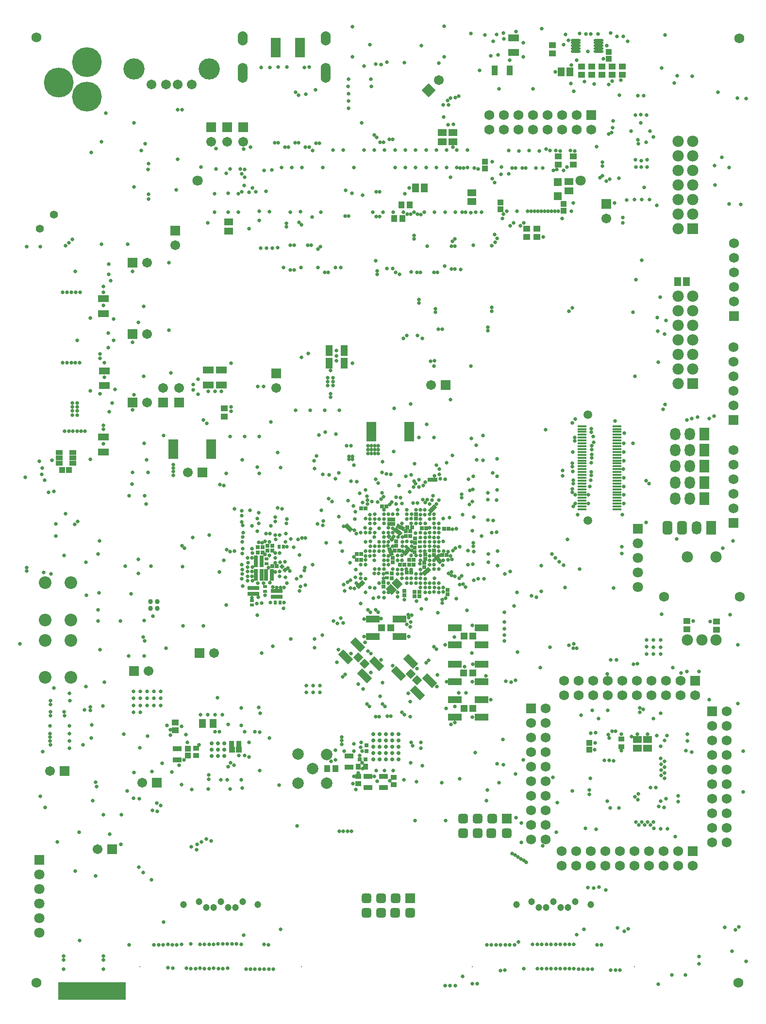
<source format=gbs>
G04 Layer_Color=8150272*
%FSLAX25Y25*%
%MOIN*%
G70*
G01*
G75*
%ADD255R,0.05524X0.05524*%
%ADD259R,0.04147X0.04343*%
%ADD260R,0.04343X0.04934*%
%ADD261R,0.04540X0.06115*%
%ADD266R,0.06115X0.04540*%
G04:AMPARAMS|DCode=269|XSize=61.15mil|YSize=51.31mil|CornerRadius=0mil|HoleSize=0mil|Usage=FLASHONLY|Rotation=315.000|XOffset=0mil|YOffset=0mil|HoleType=Round|Shape=Rectangle|*
%AMROTATEDRECTD269*
4,1,4,-0.03976,0.00348,-0.00348,0.03976,0.03976,-0.00348,0.00348,-0.03976,-0.03976,0.00348,0.0*
%
%ADD269ROTATEDRECTD269*%

%ADD272R,0.02572X0.02572*%
%ADD278R,0.04343X0.04147*%
%ADD283R,0.05918X0.03556*%
%ADD284R,0.02847X0.03005*%
%ADD285R,0.03005X0.02847*%
%ADD286R,0.02769X0.02375*%
%ADD287R,0.04147X0.03753*%
%ADD288R,0.02769X0.02769*%
%ADD295R,0.05131X0.03359*%
%ADD308R,0.04934X0.04343*%
%ADD312R,0.07493X0.05131*%
%ADD338R,0.02769X0.02769*%
%ADD339R,0.03753X0.04147*%
%ADD346R,0.05131X0.07493*%
%ADD352P,0.06699X4X270.0*%
G04:AMPARAMS|DCode=353|XSize=47.37mil|YSize=94.61mil|CornerRadius=0mil|HoleSize=0mil|Usage=FLASHONLY|Rotation=225.000|XOffset=0mil|YOffset=0mil|HoleType=Round|Shape=Rectangle|*
%AMROTATEDRECTD353*
4,1,4,-0.01670,0.05020,0.05020,-0.01670,0.01670,-0.05020,-0.05020,0.01670,-0.01670,0.05020,0.0*
%
%ADD353ROTATEDRECTD353*%

%ADD354R,0.04737X0.04737*%
%ADD355R,0.09461X0.04737*%
%ADD359R,0.02375X0.02769*%
%ADD362R,0.02572X0.02572*%
%ADD363R,0.04343X0.03556*%
%ADD374C,0.02572*%
%ADD375C,0.06800*%
%ADD376R,0.06706X0.06706*%
%ADD377C,0.06706*%
G04:AMPARAMS|DCode=378|XSize=68mil|YSize=68mil|CornerRadius=19mil|HoleSize=0mil|Usage=FLASHONLY|Rotation=180.000|XOffset=0mil|YOffset=0mil|HoleType=Round|Shape=RoundedRectangle|*
%AMROUNDEDRECTD378*
21,1,0.06800,0.03000,0,0,180.0*
21,1,0.03000,0.06800,0,0,180.0*
1,1,0.03800,-0.01500,0.01500*
1,1,0.03800,0.01500,0.01500*
1,1,0.03800,0.01500,-0.01500*
1,1,0.03800,-0.01500,-0.01500*
%
%ADD378ROUNDEDRECTD378*%
%ADD379R,0.06800X0.06800*%
%ADD380R,0.06706X0.06706*%
%ADD381C,0.07887*%
%ADD382C,0.20485*%
%ADD383O,0.06706X0.13792*%
%ADD384O,0.06706X0.09855*%
%ADD385C,0.14579*%
%ADD386C,0.05524*%
%ADD387C,0.00800*%
%ADD388P,0.09483X4X90.0*%
%ADD389C,0.04737*%
%ADD390C,0.05969*%
%ADD391R,0.06800X0.06800*%
%ADD392R,0.07099X0.08674*%
%ADD393O,0.07099X0.08674*%
%ADD394C,0.07800*%
G04:AMPARAMS|DCode=395|XSize=68mil|YSize=93mil|CornerRadius=19mil|HoleSize=0mil|Usage=FLASHONLY|Rotation=180.000|XOffset=0mil|YOffset=0mil|HoleType=Round|Shape=RoundedRectangle|*
%AMROUNDEDRECTD395*
21,1,0.06800,0.05500,0,0,180.0*
21,1,0.03000,0.09300,0,0,180.0*
1,1,0.03800,-0.01500,0.02750*
1,1,0.03800,0.01500,0.02750*
1,1,0.03800,0.01500,-0.02750*
1,1,0.03800,-0.01500,-0.02750*
%
%ADD395ROUNDEDRECTD395*%
%ADD396O,0.06800X0.09300*%
%ADD397R,0.06800X0.09300*%
%ADD398R,0.07099X0.07099*%
%ADD399C,0.07099*%
%ADD400R,0.07099X0.07099*%
%ADD401R,0.07800X0.07800*%
%ADD402C,0.08674*%
%ADD403C,0.02769*%
G04:AMPARAMS|DCode=404|XSize=28.47mil|YSize=30.05mil|CornerRadius=0mil|HoleSize=0mil|Usage=FLASHONLY|Rotation=225.000|XOffset=0mil|YOffset=0mil|HoleType=Round|Shape=Rectangle|*
%AMROTATEDRECTD404*
4,1,4,-0.00056,0.02069,0.02069,-0.00056,0.00056,-0.02069,-0.02069,0.00056,-0.00056,0.02069,0.0*
%
%ADD404ROTATEDRECTD404*%

G04:AMPARAMS|DCode=405|XSize=23.75mil|YSize=27.69mil|CornerRadius=0mil|HoleSize=0mil|Usage=FLASHONLY|Rotation=135.000|XOffset=0mil|YOffset=0mil|HoleType=Round|Shape=Rectangle|*
%AMROTATEDRECTD405*
4,1,4,0.01818,0.00139,-0.00139,-0.01818,-0.01818,-0.00139,0.00139,0.01818,0.01818,0.00139,0.0*
%
%ADD405ROTATEDRECTD405*%

G04:AMPARAMS|DCode=406|XSize=28.47mil|YSize=30.05mil|CornerRadius=0mil|HoleSize=0mil|Usage=FLASHONLY|Rotation=20.000|XOffset=0mil|YOffset=0mil|HoleType=Round|Shape=Rectangle|*
%AMROTATEDRECTD406*
4,1,4,-0.00824,-0.01899,-0.01852,0.00925,0.00824,0.01899,0.01852,-0.00925,-0.00824,-0.01899,0.0*
%
%ADD406ROTATEDRECTD406*%

G04:AMPARAMS|DCode=407|XSize=28.47mil|YSize=30.05mil|CornerRadius=0mil|HoleSize=0mil|Usage=FLASHONLY|Rotation=135.000|XOffset=0mil|YOffset=0mil|HoleType=Round|Shape=Rectangle|*
%AMROTATEDRECTD407*
4,1,4,0.02069,0.00056,-0.00056,-0.02069,-0.02069,-0.00056,0.00056,0.02069,0.02069,0.00056,0.0*
%
%ADD407ROTATEDRECTD407*%

G04:AMPARAMS|DCode=408|XSize=28.47mil|YSize=30.05mil|CornerRadius=0mil|HoleSize=0mil|Usage=FLASHONLY|Rotation=60.000|XOffset=0mil|YOffset=0mil|HoleType=Round|Shape=Rectangle|*
%AMROTATEDRECTD408*
4,1,4,0.00589,-0.01984,-0.02013,-0.00482,-0.00589,0.01984,0.02013,0.00482,0.00589,-0.01984,0.0*
%
%ADD408ROTATEDRECTD408*%

%ADD409R,0.04934X0.06312*%
%ADD410R,0.06706X0.13400*%
%ADD411R,0.06706X0.13398*%
%ADD412R,0.06706X0.13398*%
%ADD413R,0.02800X0.01900*%
%ADD414R,0.01900X0.02800*%
%ADD415R,0.06095X0.01595*%
%ADD416R,0.04343X0.06902*%
%ADD417O,0.06706X0.01784*%
%ADD418R,0.03359X0.03162*%
%ADD419R,0.04737X0.04343*%
%ADD420C,0.03398*%
G36*
X110846Y60905D02*
X64646D01*
Y72806D01*
X110846D01*
Y60905D01*
D02*
G37*
D255*
X407646Y612581D02*
D03*
Y622030D02*
D03*
D259*
X188508Y232405D02*
D03*
X183783D02*
D03*
X72008Y424606D02*
D03*
X67283D02*
D03*
D260*
X249191Y219506D02*
D03*
X254900D02*
D03*
X305800Y606505D02*
D03*
X300091D02*
D03*
X301000Y597305D02*
D03*
X295291D02*
D03*
D261*
X409795Y697905D02*
D03*
X415897D02*
D03*
X315997Y618006D02*
D03*
X309894D02*
D03*
X495997Y553805D02*
D03*
X489894D02*
D03*
D266*
X181646Y588654D02*
D03*
Y594757D02*
D03*
X469146Y239457D02*
D03*
Y233354D02*
D03*
X462146Y239457D02*
D03*
Y233354D02*
D03*
X415146Y622357D02*
D03*
Y616254D02*
D03*
X348646Y614957D02*
D03*
Y608854D02*
D03*
X335446Y656057D02*
D03*
Y649954D02*
D03*
X328246Y656057D02*
D03*
Y649954D02*
D03*
D269*
X293297Y342657D02*
D03*
X297194Y346554D02*
D03*
D272*
X211646Y372480D02*
D03*
Y369331D02*
D03*
X208146Y372480D02*
D03*
Y369331D02*
D03*
D278*
X411446Y607168D02*
D03*
Y602443D02*
D03*
X368146Y603343D02*
D03*
Y608068D02*
D03*
X357646Y631443D02*
D03*
Y636168D02*
D03*
X442446Y711568D02*
D03*
Y706843D02*
D03*
X153646Y233268D02*
D03*
Y228543D02*
D03*
X429046Y237168D02*
D03*
Y232443D02*
D03*
D283*
X146146Y225665D02*
D03*
Y233146D02*
D03*
X264146Y228146D02*
D03*
Y220665D02*
D03*
X277146Y206665D02*
D03*
Y214146D02*
D03*
X287946Y206565D02*
D03*
Y214046D02*
D03*
D284*
X312646Y337910D02*
D03*
Y340902D02*
D03*
X331846Y342102D02*
D03*
Y339109D02*
D03*
X302246Y338409D02*
D03*
Y341402D02*
D03*
X287946Y344510D02*
D03*
Y347502D02*
D03*
X310046Y391070D02*
D03*
Y394141D02*
D03*
X291746Y390402D02*
D03*
Y387409D02*
D03*
X309446Y377402D02*
D03*
Y374409D02*
D03*
X309246Y368210D02*
D03*
Y371202D02*
D03*
X294046Y361070D02*
D03*
Y364141D02*
D03*
X322446Y366210D02*
D03*
Y369202D02*
D03*
X316546Y366541D02*
D03*
Y363470D02*
D03*
X294646Y390502D02*
D03*
Y387509D02*
D03*
X296646Y375541D02*
D03*
Y372470D02*
D03*
X293446Y353341D02*
D03*
Y350270D02*
D03*
X309246Y340941D02*
D03*
Y337870D02*
D03*
X315746Y357770D02*
D03*
Y360841D02*
D03*
D285*
X289796Y399605D02*
D03*
X286804D02*
D03*
X332442Y384005D02*
D03*
X329450D02*
D03*
X317042Y384506D02*
D03*
X314050D02*
D03*
X304310Y385306D02*
D03*
X307381D02*
D03*
X303750Y354006D02*
D03*
X306742D02*
D03*
X305450Y359506D02*
D03*
X308442D02*
D03*
X305450Y362705D02*
D03*
X308442D02*
D03*
X303210Y379205D02*
D03*
X306281D02*
D03*
X306342Y382405D02*
D03*
X303350D02*
D03*
X328350Y366005D02*
D03*
X331342D02*
D03*
X302042Y359506D02*
D03*
X299050D02*
D03*
X295510Y369106D02*
D03*
X298581D02*
D03*
X272581Y366806D02*
D03*
X269510D02*
D03*
X272642Y362906D02*
D03*
X269650D02*
D03*
X275642Y398205D02*
D03*
X272650D02*
D03*
D286*
X290346Y353680D02*
D03*
Y350531D02*
D03*
X312746Y371931D02*
D03*
Y375080D02*
D03*
X197646Y334980D02*
D03*
Y331831D02*
D03*
X206646Y344480D02*
D03*
Y341331D02*
D03*
X207646Y363380D02*
D03*
Y360231D02*
D03*
D287*
X159146Y233366D02*
D03*
Y228445D02*
D03*
X270546Y214166D02*
D03*
Y209245D02*
D03*
X294846Y213366D02*
D03*
Y208445D02*
D03*
D288*
X276146Y235374D02*
D03*
Y231437D02*
D03*
D295*
X74670Y436646D02*
D03*
Y432905D02*
D03*
Y429165D02*
D03*
X65221D02*
D03*
Y432905D02*
D03*
Y436646D02*
D03*
D308*
X386146Y590160D02*
D03*
Y584451D02*
D03*
X393146Y590160D02*
D03*
Y584451D02*
D03*
X407846Y634251D02*
D03*
Y639960D02*
D03*
X418046Y634151D02*
D03*
Y639860D02*
D03*
X178646Y461051D02*
D03*
Y466760D02*
D03*
X516446Y320660D02*
D03*
Y314951D02*
D03*
X496346Y320860D02*
D03*
Y315151D02*
D03*
X423846Y701660D02*
D03*
Y695951D02*
D03*
X403846Y716260D02*
D03*
Y710551D02*
D03*
X430946Y701660D02*
D03*
Y695951D02*
D03*
X437946Y701660D02*
D03*
Y695951D02*
D03*
X444946Y701660D02*
D03*
Y695951D02*
D03*
X451946Y701660D02*
D03*
Y695951D02*
D03*
D312*
X377346Y711087D02*
D03*
Y721324D02*
D03*
X176646Y493024D02*
D03*
Y482787D02*
D03*
X167646Y493024D02*
D03*
Y482787D02*
D03*
X95646Y531787D02*
D03*
Y542024D02*
D03*
X96036Y482421D02*
D03*
Y492657D02*
D03*
X95646Y436787D02*
D03*
Y447024D02*
D03*
D338*
X275614Y225905D02*
D03*
X271677D02*
D03*
D339*
X188606Y236405D02*
D03*
X183685D02*
D03*
X270685Y220905D02*
D03*
X275606D02*
D03*
D346*
X260764Y497905D02*
D03*
X250528D02*
D03*
X260764Y506405D02*
D03*
X250528D02*
D03*
D352*
X270461Y295890D02*
D03*
X274831Y291521D02*
D03*
X306561Y284592D02*
D03*
X310931Y280122D02*
D03*
D353*
X270321Y304381D02*
D03*
X261970Y296030D02*
D03*
X274970Y283030D02*
D03*
X283321Y291381D02*
D03*
X306422Y293082D02*
D03*
X298070Y284731D02*
D03*
X311070Y271631D02*
D03*
X319422Y279982D02*
D03*
D354*
X343048Y310405D02*
D03*
X286648Y316106D02*
D03*
X292843D02*
D03*
X343048Y260806D02*
D03*
X349243D02*
D03*
Y310405D02*
D03*
X342948Y285206D02*
D03*
X349143D02*
D03*
D355*
X336946Y316311D02*
D03*
Y304500D02*
D03*
X280546Y322011D02*
D03*
Y310200D02*
D03*
X298946Y310200D02*
D03*
Y322011D02*
D03*
X336946Y266711D02*
D03*
Y254900D02*
D03*
X355346D02*
D03*
Y266711D02*
D03*
Y304500D02*
D03*
Y316311D02*
D03*
X336846Y291111D02*
D03*
Y279300D02*
D03*
X355246D02*
D03*
Y291111D02*
D03*
D359*
X213571Y333405D02*
D03*
X216721D02*
D03*
X219220Y371905D02*
D03*
X216071D02*
D03*
D362*
X204720Y367905D02*
D03*
X201571D02*
D03*
X204720Y371406D02*
D03*
X201571D02*
D03*
X214521Y358606D02*
D03*
X211371D02*
D03*
D363*
X451246Y239765D02*
D03*
Y234647D02*
D03*
D374*
X150982Y225575D02*
D03*
X181100Y220964D02*
D03*
X182946Y223406D02*
D03*
X185146Y221905D02*
D03*
X190181Y211870D02*
D03*
X260346Y176406D02*
D03*
X358646Y197505D02*
D03*
X253246Y487906D02*
D03*
Y485206D02*
D03*
Y482506D02*
D03*
X249546D02*
D03*
Y485206D02*
D03*
Y487906D02*
D03*
X79422Y546406D02*
D03*
X76489D02*
D03*
X73556D02*
D03*
X67690D02*
D03*
X70623D02*
D03*
X51646Y430406D02*
D03*
X251646Y474405D02*
D03*
Y476905D02*
D03*
X102646Y528105D02*
D03*
X93346Y504206D02*
D03*
Y501272D02*
D03*
X70479Y498039D02*
D03*
X67546D02*
D03*
X73413D02*
D03*
X76346D02*
D03*
X95646Y455215D02*
D03*
Y452415D02*
D03*
X83012Y451039D02*
D03*
X77379D02*
D03*
X80179D02*
D03*
X74546D02*
D03*
X71746D02*
D03*
X68913D02*
D03*
X77546Y462206D02*
D03*
X74346D02*
D03*
X77546Y465005D02*
D03*
X74346D02*
D03*
X77546Y467805D02*
D03*
X74346D02*
D03*
X77546Y470606D02*
D03*
X90246Y145905D02*
D03*
X90946Y207206D02*
D03*
X90246Y210005D02*
D03*
X128546Y143205D02*
D03*
X107946Y187906D02*
D03*
X122820Y148005D02*
D03*
X136846Y114206D02*
D03*
X79046Y101605D02*
D03*
X211846Y303405D02*
D03*
X204346Y298805D02*
D03*
X310846Y288005D02*
D03*
X343446Y289506D02*
D03*
X334246Y249805D02*
D03*
X305146Y323106D02*
D03*
X306257Y316837D02*
D03*
X287146Y278505D02*
D03*
X179946Y628105D02*
D03*
X162546Y632406D02*
D03*
X68846Y255805D02*
D03*
X461046Y555105D02*
D03*
X465195Y568557D02*
D03*
X410746Y420506D02*
D03*
Y424305D02*
D03*
X470146Y415235D02*
D03*
X416846Y602206D02*
D03*
X418246Y607905D02*
D03*
X399546Y644705D02*
D03*
X406803Y630748D02*
D03*
X88046Y197406D02*
D03*
X216246Y208105D02*
D03*
X99786Y174465D02*
D03*
X95646Y187906D02*
D03*
X107546Y167506D02*
D03*
X120009Y151669D02*
D03*
X460246Y610006D02*
D03*
X362484Y636168D02*
D03*
X260346Y644105D02*
D03*
X336748Y583208D02*
D03*
X335071Y581531D02*
D03*
X329946Y564405D02*
D03*
X308746Y585506D02*
D03*
Y583135D02*
D03*
X374846Y592105D02*
D03*
X382000Y592051D02*
D03*
X384362Y594122D02*
D03*
X406046Y643806D02*
D03*
X419346Y643606D02*
D03*
X413890Y632561D02*
D03*
X434046Y646505D02*
D03*
X397500Y584451D02*
D03*
X301546Y514906D02*
D03*
X314646D02*
D03*
X296146Y560106D02*
D03*
X303746Y516706D02*
D03*
X311346D02*
D03*
X306746Y560405D02*
D03*
X298846Y558806D02*
D03*
X294265Y562987D02*
D03*
X290328Y562824D02*
D03*
X211402Y576961D02*
D03*
X215338Y577005D02*
D03*
X203527Y576787D02*
D03*
X207465Y576824D02*
D03*
X377246Y594306D02*
D03*
X235806Y578706D02*
D03*
X226367D02*
D03*
X249989Y560206D02*
D03*
X247617D02*
D03*
X244642Y577902D02*
D03*
X242965Y576225D02*
D03*
X229971Y594380D02*
D03*
X231648Y592703D02*
D03*
X238746Y598206D02*
D03*
X223995Y578706D02*
D03*
X221346Y591505D02*
D03*
Y593876D02*
D03*
X238178Y578706D02*
D03*
X226367Y561705D02*
D03*
X223995D02*
D03*
X283546Y558935D02*
D03*
Y561306D02*
D03*
X313167Y560306D02*
D03*
X310795D02*
D03*
X312246Y541606D02*
D03*
Y539235D02*
D03*
X324978Y560306D02*
D03*
X322606D02*
D03*
X359646Y520135D02*
D03*
X336789Y578205D02*
D03*
X334417D02*
D03*
X336946Y562605D02*
D03*
X334417D02*
D03*
X308772Y601559D02*
D03*
X347746Y601105D02*
D03*
X315858Y601665D02*
D03*
X317946Y578006D02*
D03*
X323646Y535276D02*
D03*
Y532905D02*
D03*
X328046Y521206D02*
D03*
X325674D02*
D03*
X362246Y536006D02*
D03*
Y533635D02*
D03*
X340746Y562206D02*
D03*
X213427Y354504D02*
D03*
X418046Y415034D02*
D03*
Y417406D02*
D03*
X374846Y354805D02*
D03*
X430646Y423311D02*
D03*
X419146Y444535D02*
D03*
X342446Y346006D02*
D03*
X339743Y350003D02*
D03*
X451446Y371806D02*
D03*
X451383Y367143D02*
D03*
X432146Y443606D02*
D03*
X431746Y447606D02*
D03*
X421046Y393905D02*
D03*
X287946Y406206D02*
D03*
X286346Y404605D02*
D03*
X283846Y402605D02*
D03*
X279846Y402906D02*
D03*
X276846Y403805D02*
D03*
X277024Y401284D02*
D03*
X293646Y402505D02*
D03*
X296446Y401006D02*
D03*
X300524Y401484D02*
D03*
X292046Y400906D02*
D03*
X296412Y405936D02*
D03*
X284246Y415605D02*
D03*
X419446Y459406D02*
D03*
X429840Y212700D02*
D03*
X439446Y225306D02*
D03*
X442846Y225205D02*
D03*
X445946Y224941D02*
D03*
X397346Y166605D02*
D03*
X384046Y156405D02*
D03*
X382146Y157606D02*
D03*
X380146Y158806D02*
D03*
X378146Y160005D02*
D03*
X169430Y169690D02*
D03*
X86646Y259606D02*
D03*
X59646Y353205D02*
D03*
X62946Y387506D02*
D03*
X42746Y357606D02*
D03*
X167346Y594005D02*
D03*
X196546Y646005D02*
D03*
X317846Y404005D02*
D03*
X316446Y402206D02*
D03*
X316246Y397104D02*
D03*
X319540Y394106D02*
D03*
X313047Y393905D02*
D03*
X319484Y401006D02*
D03*
X321118Y403878D02*
D03*
X324268Y401284D02*
D03*
X316146Y393854D02*
D03*
X307046Y394106D02*
D03*
X311246Y401905D02*
D03*
X308246Y401805D02*
D03*
X314746Y404106D02*
D03*
X202846Y244406D02*
D03*
Y218305D02*
D03*
X283546Y210705D02*
D03*
X301846Y211906D02*
D03*
X319443Y369005D02*
D03*
X328846Y375351D02*
D03*
X325846Y375106D02*
D03*
X325693Y371905D02*
D03*
X335421Y369181D02*
D03*
X337098Y370858D02*
D03*
X340046Y371806D02*
D03*
X333746Y365506D02*
D03*
X334746Y363005D02*
D03*
X334646Y354505D02*
D03*
X336998Y351653D02*
D03*
X332043Y362705D02*
D03*
X334546Y352306D02*
D03*
X322646Y346806D02*
D03*
X325846D02*
D03*
X319546Y346856D02*
D03*
X340246Y345806D02*
D03*
X332546Y353405D02*
D03*
X325846Y368905D02*
D03*
X322666Y362526D02*
D03*
X319543Y362606D02*
D03*
X319393Y365605D02*
D03*
X325839Y356410D02*
D03*
X332346Y368605D02*
D03*
X322746Y372006D02*
D03*
Y375212D02*
D03*
X322646Y378307D02*
D03*
X319546Y375306D02*
D03*
X316346Y375205D02*
D03*
X329192Y368706D02*
D03*
X325846Y365753D02*
D03*
X328891Y362506D02*
D03*
X230246Y366106D02*
D03*
X226246Y371605D02*
D03*
X451846Y393706D02*
D03*
X452896Y401456D02*
D03*
X345946Y369106D02*
D03*
X347046Y410605D02*
D03*
X346046Y418006D02*
D03*
X91846Y366905D02*
D03*
X289976Y421976D02*
D03*
X241746Y434305D02*
D03*
X316646Y416305D02*
D03*
X231546Y501905D02*
D03*
X402246Y302805D02*
D03*
X395546Y288705D02*
D03*
X306446Y320005D02*
D03*
X399246Y452306D02*
D03*
X419602Y407361D02*
D03*
X417546Y409135D02*
D03*
Y411506D02*
D03*
X313746Y329306D02*
D03*
X303846Y318406D02*
D03*
X151246Y370706D02*
D03*
X149446Y372605D02*
D03*
X245791Y311051D02*
D03*
X447146Y81205D02*
D03*
X450246D02*
D03*
X443746D02*
D03*
X455846Y109505D02*
D03*
X453346Y107905D02*
D03*
X448646Y110205D02*
D03*
X376246Y161305D02*
D03*
X385846Y155105D02*
D03*
X180758Y82523D02*
D03*
X161861D02*
D03*
X171309D02*
D03*
X152412D02*
D03*
X488146Y172906D02*
D03*
X440446Y136106D02*
D03*
X378766Y185770D02*
D03*
X534846Y203606D02*
D03*
X534946Y231405D02*
D03*
X310144Y365806D02*
D03*
X312746Y360005D02*
D03*
X307045Y369006D02*
D03*
X190138Y261198D02*
D03*
Y249198D02*
D03*
X327846Y209805D02*
D03*
X367246Y209906D02*
D03*
X368946Y632406D02*
D03*
X352946Y631206D02*
D03*
X370189Y600149D02*
D03*
X355046Y601606D02*
D03*
X466614Y681574D02*
D03*
X462677Y681637D02*
D03*
X445301Y659661D02*
D03*
X445546Y664061D02*
D03*
X468146Y649506D02*
D03*
X443346Y624305D02*
D03*
X440846Y622706D02*
D03*
X473546Y178605D02*
D03*
X425646Y109205D02*
D03*
X418446Y82205D02*
D03*
X415646Y82306D02*
D03*
X406246Y82105D02*
D03*
X409246Y82205D02*
D03*
X399809Y82242D02*
D03*
X396646Y82306D02*
D03*
X471094Y180853D02*
D03*
X421857Y81894D02*
D03*
X428156Y81895D02*
D03*
X425006Y81866D02*
D03*
X428346Y137906D02*
D03*
X432146Y137606D02*
D03*
X435846Y138206D02*
D03*
X212254Y81797D02*
D03*
X209105Y81846D02*
D03*
X205955Y81915D02*
D03*
X217246Y109285D02*
D03*
X177609Y82143D02*
D03*
X174459Y82092D02*
D03*
X155646Y82306D02*
D03*
X168160Y82191D02*
D03*
X165010Y82270D02*
D03*
X158711Y82240D02*
D03*
X504669Y90583D02*
D03*
X504587Y85465D02*
D03*
X476432Y71420D02*
D03*
X485746Y77806D02*
D03*
X368346Y80905D02*
D03*
X371246Y81006D02*
D03*
X202906Y81865D02*
D03*
X193457Y81894D02*
D03*
X469125Y182785D02*
D03*
X463220Y180680D02*
D03*
X467157Y180795D02*
D03*
X465188Y182763D02*
D03*
X461246Y182905D02*
D03*
X503446Y460806D02*
D03*
X514946Y461406D02*
D03*
X511686Y459945D02*
D03*
X536846Y679405D02*
D03*
X438046Y633170D02*
D03*
Y635706D02*
D03*
X530946Y679705D02*
D03*
X517546Y683806D02*
D03*
X499746Y694705D02*
D03*
X396584Y727543D02*
D03*
X347736Y724096D02*
D03*
X367143Y686303D02*
D03*
X390448D02*
D03*
X418446Y684506D02*
D03*
X412736Y723596D02*
D03*
X455646Y718806D02*
D03*
X443898Y724354D02*
D03*
X481346Y723206D02*
D03*
X487646Y690105D02*
D03*
X533346Y606906D02*
D03*
X525246Y607105D02*
D03*
X362346Y578606D02*
D03*
X364546Y580705D02*
D03*
X468583Y668243D02*
D03*
X460709Y668043D02*
D03*
X460909Y637569D02*
D03*
X466814Y618574D02*
D03*
X525846Y325006D02*
D03*
X500600Y320860D02*
D03*
X512200Y320660D02*
D03*
X463946Y261206D02*
D03*
Y258306D02*
D03*
X459646Y291005D02*
D03*
X462246Y291506D02*
D03*
X442146Y242806D02*
D03*
X447146Y245106D02*
D03*
X129266Y190726D02*
D03*
X132546Y190105D02*
D03*
X132246Y195905D02*
D03*
X134846Y194006D02*
D03*
X417646Y456806D02*
D03*
X459305Y442946D02*
D03*
X319546Y343706D02*
D03*
X316446D02*
D03*
X422425Y356526D02*
D03*
X412421Y343731D02*
D03*
X445946Y343506D02*
D03*
X414284Y376668D02*
D03*
X471346Y206405D02*
D03*
X474946D02*
D03*
X78746Y175805D02*
D03*
X478046Y197306D02*
D03*
X490292Y196952D02*
D03*
X481731Y198921D02*
D03*
X490362Y200889D02*
D03*
X473062Y182822D02*
D03*
X449440Y192500D02*
D03*
X443535Y192595D02*
D03*
X441566Y197126D02*
D03*
X119567Y353484D02*
D03*
X239046Y359405D02*
D03*
X68446Y365705D02*
D03*
X478346Y226406D02*
D03*
X406546Y175805D02*
D03*
X480846Y224505D02*
D03*
X77796Y389255D02*
D03*
X478409Y222543D02*
D03*
X480946Y220505D02*
D03*
X478446Y218605D02*
D03*
X480977Y216637D02*
D03*
X478446Y214705D02*
D03*
X480940Y212700D02*
D03*
X433708Y177843D02*
D03*
X429246Y204826D02*
D03*
X267646Y236374D02*
D03*
X307746Y235306D02*
D03*
X306746Y237358D02*
D03*
X272598Y237353D02*
D03*
X93146Y301006D02*
D03*
X95285Y262345D02*
D03*
X268846Y205105D02*
D03*
X251946Y224406D02*
D03*
X254900Y225651D02*
D03*
X309546Y183806D02*
D03*
X330646D02*
D03*
X310646Y210506D02*
D03*
X416546Y689906D02*
D03*
X330046Y418006D02*
D03*
X416946Y702406D02*
D03*
X420546Y705805D02*
D03*
X312146Y417906D02*
D03*
X320046Y499006D02*
D03*
X322846Y499405D02*
D03*
X322446Y495806D02*
D03*
X347946D02*
D03*
X116646Y216905D02*
D03*
X120614Y233774D02*
D03*
X125846Y241905D02*
D03*
X109646Y243205D02*
D03*
X481746Y527005D02*
D03*
X480846Y517705D02*
D03*
X460646Y488705D02*
D03*
X459246Y532905D02*
D03*
X489446Y695006D02*
D03*
X478746Y700406D02*
D03*
X464646Y668505D02*
D03*
X462646Y651205D02*
D03*
X475746Y529106D02*
D03*
X477946Y543106D02*
D03*
X285154Y598406D02*
D03*
X287512Y601665D02*
D03*
X282783Y598406D02*
D03*
X452246Y594306D02*
D03*
X452346Y597905D02*
D03*
X465346Y610306D02*
D03*
X470646Y610106D02*
D03*
X454846Y609805D02*
D03*
X438846Y706806D02*
D03*
X351646Y441405D02*
D03*
X335246Y434406D02*
D03*
X256246Y319305D02*
D03*
X236846Y701205D02*
D03*
X305446Y618006D02*
D03*
X275646Y410906D02*
D03*
X287949Y381405D02*
D03*
X291198Y381505D02*
D03*
X288154Y378354D02*
D03*
X294246Y381403D02*
D03*
X288101Y375151D02*
D03*
X291146Y375256D02*
D03*
X310094Y387696D02*
D03*
X306946Y391005D02*
D03*
X313246Y387805D02*
D03*
X286801Y422666D02*
D03*
X331146Y429505D02*
D03*
X297546Y362606D02*
D03*
X273446Y613105D02*
D03*
X272846Y662906D02*
D03*
X279446Y687806D02*
D03*
X219146Y563605D02*
D03*
X231087Y563446D02*
D03*
X242898Y563457D02*
D03*
X254709Y563443D02*
D03*
X258646Y563406D02*
D03*
X282453Y568213D02*
D03*
X253246Y644005D02*
D03*
X239087Y643947D02*
D03*
X236729Y646206D02*
D03*
X234358D02*
D03*
X383946Y717906D02*
D03*
Y708106D02*
D03*
X143646Y428006D02*
D03*
Y425705D02*
D03*
X275446Y340506D02*
D03*
X348940Y402954D02*
D03*
X346746Y400906D02*
D03*
X341646Y405335D02*
D03*
Y407706D02*
D03*
X348946Y382705D02*
D03*
X355146Y379205D02*
D03*
X362046Y381606D02*
D03*
X365446Y381906D02*
D03*
X411527Y630087D02*
D03*
X282401Y703061D02*
D03*
X286338Y702998D02*
D03*
X274528Y701687D02*
D03*
X329646Y729106D02*
D03*
Y708106D02*
D03*
X266653Y728813D02*
D03*
Y708213D02*
D03*
X325709Y703968D02*
D03*
X313898Y715957D02*
D03*
X302087Y704065D02*
D03*
X290276Y704335D02*
D03*
X195653Y590113D02*
D03*
X76145Y149206D02*
D03*
X63945Y169206D02*
D03*
X411597Y716357D02*
D03*
X405846Y697905D02*
D03*
X441346Y715705D02*
D03*
X452539Y722099D02*
D03*
X448146Y722106D02*
D03*
X435236Y723915D02*
D03*
X430146Y723906D02*
D03*
X415009Y719642D02*
D03*
X422421Y724030D02*
D03*
X426752Y723912D02*
D03*
X373732Y643752D02*
D03*
X504546Y286206D02*
D03*
X496046Y286105D02*
D03*
X473062Y253908D02*
D03*
X478046Y257505D02*
D03*
X531046Y304405D02*
D03*
X489146Y377006D02*
D03*
X511660Y266791D02*
D03*
X531246Y264206D02*
D03*
X499446Y230805D02*
D03*
X495446Y231805D02*
D03*
X478146Y298006D02*
D03*
Y302906D02*
D03*
Y307805D02*
D03*
X473246Y302906D02*
D03*
Y298006D02*
D03*
Y307805D02*
D03*
X468546Y298106D02*
D03*
Y303006D02*
D03*
Y307906D02*
D03*
X370846Y315605D02*
D03*
X483008Y178043D02*
D03*
X478284Y178168D02*
D03*
X426446Y178605D02*
D03*
X417546Y204105D02*
D03*
X431308Y259543D02*
D03*
X423446Y256306D02*
D03*
X430946Y441028D02*
D03*
Y435122D02*
D03*
Y432750D02*
D03*
X430646Y420939D02*
D03*
X417546Y429216D02*
D03*
Y426845D02*
D03*
X99646Y464405D02*
D03*
X143654Y423406D02*
D03*
X126146Y422905D02*
D03*
X164128Y317569D02*
D03*
X150264D02*
D03*
X110446Y358405D02*
D03*
X128246D02*
D03*
X119567Y363327D02*
D03*
X107184Y320668D02*
D03*
X114446Y339405D02*
D03*
X123403Y321305D02*
D03*
X129646Y324006D02*
D03*
X201946Y337105D02*
D03*
X348246Y446005D02*
D03*
X356146Y448306D02*
D03*
X333746Y472806D02*
D03*
X262646Y441106D02*
D03*
X265646D02*
D03*
X240446Y425605D02*
D03*
X215146Y436506D02*
D03*
X264146Y431706D02*
D03*
Y433906D02*
D03*
X266646D02*
D03*
Y431706D02*
D03*
X291096Y365655D02*
D03*
X330610Y336557D02*
D03*
X328746Y340806D02*
D03*
X328146Y335506D02*
D03*
Y333206D02*
D03*
X322646Y340705D02*
D03*
X319627Y340582D02*
D03*
X316446Y340507D02*
D03*
X325746Y340656D02*
D03*
X370846Y320005D02*
D03*
X284346Y441106D02*
D03*
Y438506D02*
D03*
Y435906D02*
D03*
X281946Y441106D02*
D03*
X279546D02*
D03*
X277046D02*
D03*
X294746Y378805D02*
D03*
X290846Y372406D02*
D03*
X281647Y365762D02*
D03*
X275646Y359578D02*
D03*
X294846Y437006D02*
D03*
X370846Y326805D02*
D03*
X348646Y298805D02*
D03*
X348746Y317905D02*
D03*
X325146Y326406D02*
D03*
X379746Y299505D02*
D03*
X371846Y279505D02*
D03*
X278595Y343706D02*
D03*
X349546Y372105D02*
D03*
X282554Y255205D02*
D03*
X284926D02*
D03*
X278270Y262281D02*
D03*
X361651Y266711D02*
D03*
X306046Y255105D02*
D03*
X300593Y258258D02*
D03*
X302270Y256581D02*
D03*
X265546Y298605D02*
D03*
X304840Y271000D02*
D03*
X358151Y283311D02*
D03*
X330746Y260906D02*
D03*
X336946Y262206D02*
D03*
X305351Y310200D02*
D03*
X274451Y322011D02*
D03*
X255721Y292430D02*
D03*
X256994Y301006D02*
D03*
X274551Y310200D02*
D03*
X275146Y306105D02*
D03*
X286046Y294106D02*
D03*
X270546Y277406D02*
D03*
X279146Y285606D02*
D03*
X273870Y274330D02*
D03*
X306151Y265411D02*
D03*
X336946Y251006D02*
D03*
X348951Y254900D02*
D03*
X344651Y271500D02*
D03*
X339540D02*
D03*
X331251Y279300D02*
D03*
X348940D02*
D03*
X349151Y291111D02*
D03*
X330151Y304500D02*
D03*
X291146Y340506D02*
D03*
X259821Y282381D02*
D03*
X261498Y284058D02*
D03*
X277357Y300094D02*
D03*
X279034Y298417D02*
D03*
X276593Y263958D02*
D03*
X317169Y292028D02*
D03*
X318846Y293706D02*
D03*
X324270Y301381D02*
D03*
X322593Y303058D02*
D03*
X292800Y255606D02*
D03*
X287069Y263683D02*
D03*
X288746Y262005D02*
D03*
X290428Y255606D02*
D03*
X297446Y340605D02*
D03*
X284946Y346806D02*
D03*
X345046Y328006D02*
D03*
X288146Y336906D02*
D03*
X303846Y346905D02*
D03*
X297446Y337359D02*
D03*
X288146Y340657D02*
D03*
X303646Y371905D02*
D03*
X307046Y372156D02*
D03*
Y375306D02*
D03*
X337746Y336206D02*
D03*
X300598Y353205D02*
D03*
X297546Y353105D02*
D03*
X300646Y356306D02*
D03*
X297549Y356254D02*
D03*
X281746Y343605D02*
D03*
X272248Y359405D02*
D03*
X300746Y372155D02*
D03*
Y375205D02*
D03*
X272299Y353264D02*
D03*
X290996Y362405D02*
D03*
X294346Y372106D02*
D03*
X297446Y365806D02*
D03*
X300646Y365756D02*
D03*
X267746Y343205D02*
D03*
X303621Y356481D02*
D03*
X300645Y362606D02*
D03*
X231960Y377906D02*
D03*
X219146Y329405D02*
D03*
X204246Y333306D02*
D03*
X220946Y380705D02*
D03*
X224146Y377105D02*
D03*
X264713Y360973D02*
D03*
X272241Y350001D02*
D03*
X253646Y320905D02*
D03*
X175046Y354405D02*
D03*
X201346Y324805D02*
D03*
X258446Y322905D02*
D03*
X261146Y341406D02*
D03*
X231146Y351406D02*
D03*
X228146Y349905D02*
D03*
X260646Y345905D02*
D03*
X230146Y341406D02*
D03*
X230896Y344406D02*
D03*
X267146Y399905D02*
D03*
X245146Y396905D02*
D03*
X197772Y367502D02*
D03*
X259646Y368905D02*
D03*
X248646Y374406D02*
D03*
X209802Y346999D02*
D03*
X223559Y355276D02*
D03*
X234231Y377906D02*
D03*
X317646Y455905D02*
D03*
X322646Y446906D02*
D03*
X160646Y476405D02*
D03*
X157146Y479405D02*
D03*
Y483306D02*
D03*
X160646Y486905D02*
D03*
X306646Y469906D02*
D03*
X295146Y466905D02*
D03*
X101646Y470405D02*
D03*
X79279Y498039D02*
D03*
X257646Y465406D02*
D03*
X247646D02*
D03*
X237646D02*
D03*
X227646D02*
D03*
X251646Y492906D02*
D03*
X255646Y502906D02*
D03*
X236146Y504405D02*
D03*
X266646Y497905D02*
D03*
X255646Y499405D02*
D03*
Y506405D02*
D03*
X166646Y456405D02*
D03*
X164146Y458906D02*
D03*
X182646Y447405D02*
D03*
X192646D02*
D03*
X202646D02*
D03*
X205646Y481944D02*
D03*
X176646Y478406D02*
D03*
X172146D02*
D03*
X180646Y211906D02*
D03*
X167783Y212043D02*
D03*
X176146Y211906D02*
D03*
X188677Y228374D02*
D03*
X147646Y221905D02*
D03*
X135976Y223075D02*
D03*
X128929Y217622D02*
D03*
X149146Y208405D02*
D03*
X172146Y244905D02*
D03*
X199614Y244874D02*
D03*
X192677D02*
D03*
X181209Y249843D02*
D03*
X177146Y256405D02*
D03*
X172146D02*
D03*
X167146D02*
D03*
X162146D02*
D03*
X149146Y248406D02*
D03*
X152146Y242905D02*
D03*
X175146Y244905D02*
D03*
X195646Y227406D02*
D03*
Y237405D02*
D03*
X209646Y240441D02*
D03*
X116646Y662906D02*
D03*
Y618905D02*
D03*
X121646Y643905D02*
D03*
X213098Y649205D02*
D03*
X215469D02*
D03*
X146546Y671906D02*
D03*
X149446D02*
D03*
X263946Y692705D02*
D03*
X263846Y682705D02*
D03*
Y677705D02*
D03*
Y672706D02*
D03*
X197748Y618303D02*
D03*
X200146Y615406D02*
D03*
X190646D02*
D03*
X263566Y687706D02*
D03*
X192646Y630905D02*
D03*
X190646Y627906D02*
D03*
X192646Y625406D02*
D03*
X172945Y631106D02*
D03*
Y645205D02*
D03*
X182394Y631157D02*
D03*
X171764Y614287D02*
D03*
X181213Y614339D02*
D03*
Y601472D02*
D03*
X171764Y601524D02*
D03*
X202472Y602079D02*
D03*
X209559Y601992D02*
D03*
X230819Y601732D02*
D03*
X244992Y601559D02*
D03*
X223732Y601492D02*
D03*
X363146Y718905D02*
D03*
X357421Y723181D02*
D03*
X366646Y709406D02*
D03*
X365646Y723406D02*
D03*
X361646Y708906D02*
D03*
X370646Y720405D02*
D03*
X280425Y601559D02*
D03*
X294598D02*
D03*
X301685Y601665D02*
D03*
X322945Y601559D02*
D03*
X337118D02*
D03*
X330031Y601665D02*
D03*
X351291Y601559D02*
D03*
X344205Y601665D02*
D03*
X281606Y644146D02*
D03*
X274520Y644252D02*
D03*
X295779Y644146D02*
D03*
X288693Y644252D02*
D03*
X309953Y644146D02*
D03*
X302866Y644252D02*
D03*
X324126Y644146D02*
D03*
X317039Y644252D02*
D03*
X338299Y644146D02*
D03*
X331213Y644252D02*
D03*
X345386D02*
D03*
X387906Y643752D02*
D03*
X394992Y643646D02*
D03*
X380819D02*
D03*
X416252Y643752D02*
D03*
X402079D02*
D03*
X409165Y643646D02*
D03*
X393811Y602059D02*
D03*
X386724Y602165D02*
D03*
X407984Y602059D02*
D03*
X379638D02*
D03*
X372551Y602165D02*
D03*
X217827Y632138D02*
D03*
X232000D02*
D03*
X224913Y632244D02*
D03*
X246173Y632138D02*
D03*
X267433Y632244D02*
D03*
X302866Y632138D02*
D03*
X295779Y632244D02*
D03*
X317039Y632138D02*
D03*
X309953Y632244D02*
D03*
X324126D02*
D03*
X345386Y632138D02*
D03*
X338299Y632244D02*
D03*
X207146Y615906D02*
D03*
X285445Y649405D02*
D03*
X261523Y598906D02*
D03*
X263895D02*
D03*
X282945Y615406D02*
D03*
X285316D02*
D03*
X287817Y649405D02*
D03*
X281671Y654380D02*
D03*
X283348Y652703D02*
D03*
X291945Y651405D02*
D03*
X294317D02*
D03*
X227646Y683906D02*
D03*
X229646Y681906D02*
D03*
X234646Y682406D02*
D03*
X241146Y685405D02*
D03*
X188299Y614252D02*
D03*
X189480Y631071D02*
D03*
X146646Y637906D02*
D03*
X145646Y616905D02*
D03*
X126646Y613905D02*
D03*
Y634905D02*
D03*
X69646Y578406D02*
D03*
X71896Y580655D02*
D03*
X74146Y582905D02*
D03*
X94146Y579405D02*
D03*
X112146D02*
D03*
X87146Y642406D02*
D03*
X94146Y649905D02*
D03*
X97146Y669406D02*
D03*
X95646Y546406D02*
D03*
Y550406D02*
D03*
Y537405D02*
D03*
X123106Y536905D02*
D03*
X119500Y525760D02*
D03*
X96036Y498296D02*
D03*
Y488015D02*
D03*
X123106Y488905D02*
D03*
X99013Y518539D02*
D03*
Y508539D02*
D03*
X95646Y442406D02*
D03*
X86588Y431963D02*
D03*
X123646Y442906D02*
D03*
X125146Y431405D02*
D03*
X115646Y465906D02*
D03*
X99146Y565906D02*
D03*
Y558906D02*
D03*
X115646Y560906D02*
D03*
X102646Y513406D02*
D03*
X77646D02*
D03*
X100646Y554405D02*
D03*
X76146Y560906D02*
D03*
X183146Y464906D02*
D03*
Y467906D02*
D03*
X210646Y457406D02*
D03*
X183146Y497905D02*
D03*
X167646Y478406D02*
D03*
X196197Y396854D02*
D03*
X197636Y386154D02*
D03*
X190673Y349933D02*
D03*
X191146Y344905D02*
D03*
X190669Y396406D02*
D03*
X190646Y393280D02*
D03*
Y388906D02*
D03*
X221571Y371980D02*
D03*
X216618Y379906D02*
D03*
X206646Y338405D02*
D03*
X194646Y364130D02*
D03*
X197646Y370406D02*
D03*
X197526Y364106D02*
D03*
X201646Y346905D02*
D03*
X197649Y354675D02*
D03*
X194646Y348406D02*
D03*
Y351532D02*
D03*
X197819Y348406D02*
D03*
X197669Y351540D02*
D03*
X219646Y333405D02*
D03*
X194646Y357846D02*
D03*
X197870Y357906D02*
D03*
X194646Y354681D02*
D03*
X190969Y353083D02*
D03*
X190972Y356232D02*
D03*
X190646Y359405D02*
D03*
X194764Y360980D02*
D03*
X229221Y376980D02*
D03*
X220421Y375130D02*
D03*
X220146Y361405D02*
D03*
X221618Y390878D02*
D03*
X246646Y389405D02*
D03*
X275449Y349901D02*
D03*
X267646Y364906D02*
D03*
X269646Y416405D02*
D03*
X263646Y403406D02*
D03*
X252646Y402906D02*
D03*
X234246Y345406D02*
D03*
X211945Y344205D02*
D03*
X214646Y343905D02*
D03*
X233746Y357606D02*
D03*
X233646Y355405D02*
D03*
X258146Y374905D02*
D03*
X268735Y356316D02*
D03*
X268546Y350805D02*
D03*
X213646Y389177D02*
D03*
X260403Y385863D02*
D03*
X210546Y386105D02*
D03*
X267819Y383079D02*
D03*
X257246Y392506D02*
D03*
X213720Y376905D02*
D03*
X215046Y398605D02*
D03*
X218244Y397807D02*
D03*
X213646Y392327D02*
D03*
X221323Y387728D02*
D03*
X268146Y390905D02*
D03*
X268374Y395677D02*
D03*
X216520Y367406D02*
D03*
X265146Y343406D02*
D03*
X263146Y347406D02*
D03*
X250146Y404705D02*
D03*
X201246Y382606D02*
D03*
X213446Y379805D02*
D03*
X202146Y374905D02*
D03*
X204537Y374406D02*
D03*
X207046Y380811D02*
D03*
X206646Y375406D02*
D03*
X209370Y375130D02*
D03*
X209709Y380669D02*
D03*
X191146Y386405D02*
D03*
X185646Y397905D02*
D03*
X271646Y408505D02*
D03*
X179846Y331906D02*
D03*
X202046Y387728D02*
D03*
X201346Y391106D02*
D03*
X205646Y346905D02*
D03*
X206577Y366374D02*
D03*
X209421Y365681D02*
D03*
X216846Y361005D02*
D03*
X222346Y357206D02*
D03*
X213571Y360906D02*
D03*
X208846Y357505D02*
D03*
X217146Y343747D02*
D03*
X219646Y343905D02*
D03*
X221524Y346783D02*
D03*
X216646Y351406D02*
D03*
X220646Y350905D02*
D03*
X216646Y354681D02*
D03*
X265146Y348905D02*
D03*
X291206Y346845D02*
D03*
X300949Y368709D02*
D03*
X62805Y379146D02*
D03*
X124846Y401305D02*
D03*
X69484Y394367D02*
D03*
X113046Y406906D02*
D03*
X141846Y491305D02*
D03*
X143654Y420913D02*
D03*
X136746Y448306D02*
D03*
X123946Y406906D02*
D03*
X140546Y520506D02*
D03*
X140526Y566785D02*
D03*
X115246Y414806D02*
D03*
X115446Y422905D02*
D03*
X116546Y476305D02*
D03*
X86546Y528706D02*
D03*
X197646Y336705D02*
D03*
X200946Y332705D02*
D03*
X210046Y333405D02*
D03*
X359546Y404005D02*
D03*
X359446Y408906D02*
D03*
X366022Y410929D02*
D03*
X351846Y431505D02*
D03*
X349296Y411155D02*
D03*
X359546Y390206D02*
D03*
X356046Y431306D02*
D03*
X363246Y389806D02*
D03*
X359974Y366834D02*
D03*
X366198Y368858D02*
D03*
X359946Y361305D02*
D03*
X356870Y349781D02*
D03*
X365769Y420082D02*
D03*
X349471Y420031D02*
D03*
X365446Y403905D02*
D03*
X288131Y372078D02*
D03*
X303946Y375406D02*
D03*
X433692Y244252D02*
D03*
X430246Y243806D02*
D03*
X407246Y196205D02*
D03*
X476999Y193552D02*
D03*
X480646Y192806D02*
D03*
X522298Y110606D02*
D03*
X370146Y222106D02*
D03*
X365825Y222685D02*
D03*
X340302Y212449D02*
D03*
X359184Y204743D02*
D03*
X141546Y246106D02*
D03*
X75746Y387105D02*
D03*
X74346Y470606D02*
D03*
X390361Y98690D02*
D03*
X393510Y98670D02*
D03*
X396660Y98720D02*
D03*
X406109Y98869D02*
D03*
X409258Y98918D02*
D03*
X399809Y98769D02*
D03*
X402946Y98905D02*
D03*
X412458Y98818D02*
D03*
X415558D02*
D03*
X418658Y98718D02*
D03*
X437558Y98418D02*
D03*
X434458Y98518D02*
D03*
X368309Y98469D02*
D03*
X365160Y98420D02*
D03*
X362010Y98370D02*
D03*
X358861Y98391D02*
D03*
X371410Y98370D02*
D03*
X374560Y98420D02*
D03*
X377709Y98469D02*
D03*
X142810Y98570D02*
D03*
X130261Y98590D02*
D03*
X136560Y98620D02*
D03*
X139709Y98669D02*
D03*
X205858Y98718D02*
D03*
X208958Y98618D02*
D03*
X190058Y98918D02*
D03*
X186958Y99018D02*
D03*
X183858D02*
D03*
X174346Y99106D02*
D03*
X171209Y98969D02*
D03*
X180658Y99118D02*
D03*
X177509Y99068D02*
D03*
X168060Y98920D02*
D03*
X161761Y98891D02*
D03*
X420446Y105405D02*
D03*
X380646Y100406D02*
D03*
X155561Y99221D02*
D03*
X384061Y82321D02*
D03*
X393510Y82141D02*
D03*
X402959Y82192D02*
D03*
X412408Y82043D02*
D03*
X431306Y81865D02*
D03*
X139913Y82673D02*
D03*
X143063Y82523D02*
D03*
X164910Y98870D02*
D03*
X145960Y98620D02*
D03*
X133410Y98570D02*
D03*
X191946Y105306D02*
D03*
X149109Y98669D02*
D03*
X349996Y368555D02*
D03*
X349546Y374476D02*
D03*
X349771Y392180D02*
D03*
X328846Y391099D02*
D03*
X344123Y344328D02*
D03*
X403446Y366806D02*
D03*
X405848Y364203D02*
D03*
X408584Y361644D02*
D03*
X322746Y343706D02*
D03*
X310546Y334506D02*
D03*
X317346Y335705D02*
D03*
X411466Y359085D02*
D03*
X325946Y403805D02*
D03*
X322746Y420506D02*
D03*
X284159Y326692D02*
D03*
X307146Y324905D02*
D03*
X278970Y326981D02*
D03*
X352746Y349805D02*
D03*
X349846Y348905D02*
D03*
X190946Y431505D02*
D03*
X179746Y422205D02*
D03*
X201046Y426606D02*
D03*
X202546Y422006D02*
D03*
X430946Y438656D02*
D03*
X328895Y343806D02*
D03*
X156946Y378105D02*
D03*
X168146Y379805D02*
D03*
X273546Y402005D02*
D03*
X276646Y406405D02*
D03*
X292746Y421505D02*
D03*
X175546Y414405D02*
D03*
X246346Y421406D02*
D03*
X267646Y427705D02*
D03*
X255346Y449205D02*
D03*
X247946Y450406D02*
D03*
X298646Y413705D02*
D03*
X91783Y320743D02*
D03*
Y328343D02*
D03*
X278598Y365658D02*
D03*
X275464Y365664D02*
D03*
X281447Y353351D02*
D03*
X284491Y353457D02*
D03*
X288026Y350136D02*
D03*
X288023Y353133D02*
D03*
X288046Y365705D02*
D03*
X288154Y362606D02*
D03*
X288098Y359405D02*
D03*
X288032Y356359D02*
D03*
X275449Y362713D02*
D03*
X287846Y368806D02*
D03*
X284768Y368928D02*
D03*
X284895Y372160D02*
D03*
X275449Y368799D02*
D03*
X294297Y356356D02*
D03*
X291146Y359405D02*
D03*
X284898Y356414D02*
D03*
X281846Y356405D02*
D03*
X281530Y362405D02*
D03*
X278588Y368917D02*
D03*
X281646Y368905D02*
D03*
X281746Y372006D02*
D03*
X275451Y375100D02*
D03*
X275478Y381427D02*
D03*
X284898Y375098D02*
D03*
X278930Y372280D02*
D03*
X278899Y375505D02*
D03*
X278626Y381425D02*
D03*
X275357Y384668D02*
D03*
X265646Y416706D02*
D03*
X243546Y448406D02*
D03*
X476346Y519906D02*
D03*
X476546Y498605D02*
D03*
X350802Y230362D02*
D03*
X499646Y459905D02*
D03*
X496346Y458706D02*
D03*
X468783Y632543D02*
D03*
X470778Y657238D02*
D03*
X457978D02*
D03*
X464646Y662906D02*
D03*
X464846Y636805D02*
D03*
X473246Y653305D02*
D03*
X468783Y637442D02*
D03*
X464846Y632506D02*
D03*
X461046Y632406D02*
D03*
X449446Y624905D02*
D03*
X520246Y639305D02*
D03*
X282482Y328369D02*
D03*
X277293Y328658D02*
D03*
X280946Y336506D02*
D03*
X260146Y319406D02*
D03*
X224095Y308657D02*
D03*
X240494D02*
D03*
X272246Y332705D02*
D03*
X240394Y302554D02*
D03*
X244346Y271706D02*
D03*
Y276606D02*
D03*
X239646D02*
D03*
Y271706D02*
D03*
X234946D02*
D03*
Y276606D02*
D03*
X203314Y257437D02*
D03*
X202214Y261374D02*
D03*
X228446Y180306D02*
D03*
X257646Y176406D02*
D03*
X241444Y648906D02*
D03*
X243816D02*
D03*
X227271Y649006D02*
D03*
X229643D02*
D03*
X220184Y646206D02*
D03*
X222556D02*
D03*
X359646Y522506D02*
D03*
X362446Y624405D02*
D03*
X364146Y621906D02*
D03*
X368646Y627605D02*
D03*
X373946Y627761D02*
D03*
X428046Y711805D02*
D03*
X425946Y691106D02*
D03*
X432446Y689405D02*
D03*
X442446Y689305D02*
D03*
X444946Y691606D02*
D03*
X450846Y692005D02*
D03*
X370236Y724515D02*
D03*
X374646Y705905D02*
D03*
X353946Y698705D02*
D03*
X378898Y725554D02*
D03*
X59287Y266065D02*
D03*
X59168Y255828D02*
D03*
X72223Y271183D02*
D03*
X72387Y266065D02*
D03*
X59246Y263506D02*
D03*
X61646Y274905D02*
D03*
X68564Y258387D02*
D03*
X58887Y243665D02*
D03*
X58946Y241106D02*
D03*
X72105Y243665D02*
D03*
X72287Y238546D02*
D03*
X81664Y235987D02*
D03*
X72123Y233428D02*
D03*
X86646Y478905D02*
D03*
X93155Y476897D02*
D03*
X103646Y479806D02*
D03*
X59364Y258387D02*
D03*
X58823Y248783D02*
D03*
X53831Y231091D02*
D03*
X126046Y630905D02*
D03*
X59064Y235987D02*
D03*
X58987Y238546D02*
D03*
X124130Y648390D02*
D03*
X126646Y610405D02*
D03*
X115646Y512206D02*
D03*
X138646Y302306D02*
D03*
X112765Y296986D02*
D03*
X122826Y309986D02*
D03*
X123846Y307006D02*
D03*
X123365Y296986D02*
D03*
X96285Y278945D02*
D03*
X125546Y267705D02*
D03*
Y272605D02*
D03*
X120846D02*
D03*
Y267705D02*
D03*
X116146D02*
D03*
Y272605D02*
D03*
X125546Y262906D02*
D03*
X120846D02*
D03*
Y258005D02*
D03*
X116146D02*
D03*
Y262906D02*
D03*
X130246D02*
D03*
X134946D02*
D03*
X130246Y267705D02*
D03*
Y272605D02*
D03*
X134946D02*
D03*
Y267705D02*
D03*
X153146Y237405D02*
D03*
X161114Y235906D02*
D03*
X167746Y215005D02*
D03*
X167446Y205405D02*
D03*
X182646D02*
D03*
X192614Y228437D02*
D03*
X190986Y206006D02*
D03*
X156146Y205105D02*
D03*
X142546Y217005D02*
D03*
X141446Y242605D02*
D03*
X173986Y268146D02*
D03*
X211346Y630406D02*
D03*
X205946Y630105D02*
D03*
X313414Y233437D02*
D03*
X313477Y237374D02*
D03*
X272296Y234055D02*
D03*
X267685Y231445D02*
D03*
X260985D02*
D03*
X259315Y238705D02*
D03*
Y241136D02*
D03*
Y236236D02*
D03*
X255006Y232165D02*
D03*
X267486Y214146D02*
D03*
X281606D02*
D03*
X270446Y216605D02*
D03*
X273446Y219605D02*
D03*
X266806Y209245D02*
D03*
X306446Y223579D02*
D03*
X314514Y221505D02*
D03*
X273246Y223579D02*
D03*
X292046Y211105D02*
D03*
X273193Y231453D02*
D03*
X271646Y228405D02*
D03*
X288661Y218090D02*
D03*
X294567Y218127D02*
D03*
X282756Y218116D02*
D03*
X300746Y378405D02*
D03*
X297746Y378606D02*
D03*
X257246Y422606D02*
D03*
X254946Y418505D02*
D03*
X250646Y421105D02*
D03*
X178246Y413705D02*
D03*
X116285Y199066D02*
D03*
X155946Y165905D02*
D03*
X429346Y201805D02*
D03*
X451246Y243205D02*
D03*
X469146Y243305D02*
D03*
X417546Y535706D02*
D03*
X415146Y533605D02*
D03*
X305946Y409506D02*
D03*
X481046Y469406D02*
D03*
X479846Y466006D02*
D03*
X342146Y393706D02*
D03*
X333346Y391705D02*
D03*
X326046Y425005D02*
D03*
X312146Y446906D02*
D03*
X313098Y397106D02*
D03*
X315090Y413750D02*
D03*
X312046Y412806D02*
D03*
X309946Y415005D02*
D03*
X324246Y427806D02*
D03*
X308646Y412906D02*
D03*
X306946Y387806D02*
D03*
X288046Y394101D02*
D03*
Y397205D02*
D03*
X299546Y405506D02*
D03*
X303746Y397205D02*
D03*
X297446D02*
D03*
X294346Y394205D02*
D03*
X291114Y384677D02*
D03*
X294346Y384606D02*
D03*
X291246Y394106D02*
D03*
X300646Y387806D02*
D03*
X303746Y390905D02*
D03*
X297546Y394106D02*
D03*
X316446Y378306D02*
D03*
X316677Y381327D02*
D03*
X316396Y387806D02*
D03*
X313246Y390954D02*
D03*
X303846Y394106D02*
D03*
X277046Y438506D02*
D03*
X281946Y435906D02*
D03*
Y438506D02*
D03*
X279546Y435906D02*
D03*
Y438506D02*
D03*
X277046Y435906D02*
D03*
X287046Y430105D02*
D03*
X310048Y397205D02*
D03*
X321946Y406806D02*
D03*
X309046Y428805D02*
D03*
X303146Y420305D02*
D03*
X308712Y416840D02*
D03*
X306946Y421105D02*
D03*
X430646Y450335D02*
D03*
Y452706D02*
D03*
X362846Y422506D02*
D03*
X325846Y343605D02*
D03*
X306970Y365781D02*
D03*
X313346Y362505D02*
D03*
X313244Y368905D02*
D03*
X337846Y384206D02*
D03*
X335246Y383906D02*
D03*
X313244Y365863D02*
D03*
X313246Y343707D02*
D03*
Y350006D02*
D03*
X316291Y368909D02*
D03*
X306946Y356306D02*
D03*
X310047Y346905D02*
D03*
X300646Y350008D02*
D03*
X303846Y350006D02*
D03*
X306946Y350007D02*
D03*
X316416Y346774D02*
D03*
X302246Y335506D02*
D03*
X313246Y356306D02*
D03*
X307027Y346834D02*
D03*
X310046Y350057D02*
D03*
Y353105D02*
D03*
X316243Y372205D02*
D03*
X319546Y359454D02*
D03*
X341420Y351680D02*
D03*
X322846Y350161D02*
D03*
X322693Y356414D02*
D03*
X313246Y346806D02*
D03*
X328694Y359052D02*
D03*
X322646Y359405D02*
D03*
X366244Y358907D02*
D03*
X316446Y349956D02*
D03*
X313419Y353226D02*
D03*
X284446Y337206D02*
D03*
X304746Y325306D02*
D03*
X286346Y322605D02*
D03*
X443746Y294005D02*
D03*
X447846D02*
D03*
X72123Y248783D02*
D03*
X87496Y249656D02*
D03*
X83646Y275706D02*
D03*
X86546Y261806D02*
D03*
X87146Y240605D02*
D03*
X378646Y280006D02*
D03*
X377646Y331006D02*
D03*
X370846Y311305D02*
D03*
Y307105D02*
D03*
X379666Y340626D02*
D03*
X322646Y394055D02*
D03*
X319546Y378357D02*
D03*
X313046Y378156D02*
D03*
X319584Y381438D02*
D03*
X322640Y391005D02*
D03*
X319546Y390955D02*
D03*
X322691Y387806D02*
D03*
X322746Y381451D02*
D03*
X325842Y384653D02*
D03*
X325917Y387835D02*
D03*
X309822Y381231D02*
D03*
X313146Y381505D02*
D03*
X322846Y384806D02*
D03*
X319546Y384705D02*
D03*
X325846Y381507D02*
D03*
X325694Y378205D02*
D03*
X319546Y372106D02*
D03*
X159646Y163906D02*
D03*
X442746Y240605D02*
D03*
X371046Y353205D02*
D03*
X345946Y359506D02*
D03*
X349246Y359705D02*
D03*
X389546Y338005D02*
D03*
X396146Y358705D02*
D03*
X396246Y341106D02*
D03*
X441546Y284405D02*
D03*
X492336Y285215D02*
D03*
X462146Y243106D02*
D03*
X375446Y278706D02*
D03*
X420646Y302105D02*
D03*
X418146Y302205D02*
D03*
X418446Y305306D02*
D03*
X415246Y304006D02*
D03*
X515346Y633605D02*
D03*
X525100Y632060D02*
D03*
X515446Y620106D02*
D03*
X369446Y597006D02*
D03*
X410646D02*
D03*
X365946Y583405D02*
D03*
X364246Y586105D02*
D03*
X313496Y599956D02*
D03*
X311134Y600017D02*
D03*
X306409Y600069D02*
D03*
X304047Y600007D02*
D03*
X404146Y213405D02*
D03*
X378646Y215806D02*
D03*
X383946Y225406D02*
D03*
X369709Y239342D02*
D03*
X376095Y631954D02*
D03*
X378457Y631994D02*
D03*
X383181Y631841D02*
D03*
X385543Y631808D02*
D03*
X397354Y631714D02*
D03*
X55646Y192806D02*
D03*
X42746Y355006D02*
D03*
X240346Y430805D02*
D03*
X217146Y426205D02*
D03*
X92946Y375805D02*
D03*
X82646Y259705D02*
D03*
X112029Y204289D02*
D03*
X159746Y167428D02*
D03*
X365746Y432205D02*
D03*
X261746Y616505D02*
D03*
X266252Y614612D02*
D03*
X449946Y681906D02*
D03*
X444646Y656005D02*
D03*
X442546Y655006D02*
D03*
X419146Y446906D02*
D03*
X429684Y413267D02*
D03*
X430246Y417406D02*
D03*
X417846Y423406D02*
D03*
X430446Y429605D02*
D03*
X417729Y436889D02*
D03*
X446846Y458006D02*
D03*
X453146Y449905D02*
D03*
X452857Y442795D02*
D03*
X452862Y436889D02*
D03*
X452824Y430983D02*
D03*
X452713Y419172D02*
D03*
X452707Y413267D02*
D03*
X452802Y407361D02*
D03*
X478746Y325406D02*
D03*
X486546Y288705D02*
D03*
X496583Y243168D02*
D03*
X496584Y238443D02*
D03*
X482368Y242228D02*
D03*
X480846Y238806D02*
D03*
X520905Y370806D02*
D03*
X475646Y242305D02*
D03*
X478146Y234805D02*
D03*
X527891Y375860D02*
D03*
X462877Y648474D02*
D03*
X92483Y340069D02*
D03*
X279346Y692705D02*
D03*
X278465Y716587D02*
D03*
X302546Y614106D02*
D03*
X52246Y577705D02*
D03*
X42846D02*
D03*
X41946Y419461D02*
D03*
X83446Y361206D02*
D03*
X436646Y625105D02*
D03*
X438046Y626506D02*
D03*
X468346Y388405D02*
D03*
X428590Y407361D02*
D03*
X419646Y401606D02*
D03*
X428595Y401456D02*
D03*
X468344Y417204D02*
D03*
X452618Y425078D02*
D03*
X281646Y378405D02*
D03*
X281741Y381501D02*
D03*
X284901Y384661D02*
D03*
X275446Y391005D02*
D03*
X278446Y390905D02*
D03*
X278577Y393974D02*
D03*
X281830Y390816D02*
D03*
X281746Y394205D02*
D03*
X286902Y408706D02*
D03*
X281748Y387910D02*
D03*
X278646Y387906D02*
D03*
X278946Y384206D02*
D03*
X284946Y390905D02*
D03*
X288055Y387814D02*
D03*
X288194Y390806D02*
D03*
X282446Y418106D02*
D03*
X201646Y481906D02*
D03*
X418328Y399487D02*
D03*
X392746Y337305D02*
D03*
X444746Y245005D02*
D03*
X458146Y241506D02*
D03*
X451246Y231906D02*
D03*
X462746Y202105D02*
D03*
X460646Y200106D02*
D03*
X462646Y198305D02*
D03*
X348846Y71905D02*
D03*
X352046Y71706D02*
D03*
X342146Y76906D02*
D03*
X333646Y70406D02*
D03*
X330046Y70505D02*
D03*
X337146Y70406D02*
D03*
X335946Y661905D02*
D03*
X332046Y661406D02*
D03*
X335446Y646206D02*
D03*
X331213Y632138D02*
D03*
X343024Y631984D02*
D03*
X340661Y631921D02*
D03*
X404446Y630105D02*
D03*
X475446Y606005D02*
D03*
X466346Y260005D02*
D03*
X54696Y354056D02*
D03*
X349370Y578730D02*
D03*
X446446Y607905D02*
D03*
X333746Y625505D02*
D03*
X294046Y290106D02*
D03*
X324446Y275905D02*
D03*
X83846Y338605D02*
D03*
X120246Y198805D02*
D03*
X162746Y169306D02*
D03*
X382646Y168905D02*
D03*
Y182205D02*
D03*
X166146Y171205D02*
D03*
X341843Y601609D02*
D03*
X389087Y602046D02*
D03*
X391449Y602102D02*
D03*
X396173Y602033D02*
D03*
X403260Y602220D02*
D03*
X333946Y679806D02*
D03*
X332646Y675306D02*
D03*
X328866Y675026D02*
D03*
X331846Y678105D02*
D03*
X339546Y681005D02*
D03*
X329146Y666706D02*
D03*
X405622Y602182D02*
D03*
X337058Y680205D02*
D03*
X392630Y631721D02*
D03*
X398535Y602095D02*
D03*
X400898Y602165D02*
D03*
X350346Y631706D02*
D03*
X113046Y98606D02*
D03*
X495329Y77806D02*
D03*
X326146Y421605D02*
D03*
X326746Y418505D02*
D03*
X213631Y367391D02*
D03*
X213546Y364106D02*
D03*
X178146Y362506D02*
D03*
X182471Y368406D02*
D03*
X190788Y367263D02*
D03*
X185620Y368942D02*
D03*
X191646Y381606D02*
D03*
X191046Y378405D02*
D03*
X190746Y375205D02*
D03*
X191046Y370406D02*
D03*
X180109Y369806D02*
D03*
X149946Y358306D02*
D03*
X38346Y305105D02*
D03*
X52046Y200406D02*
D03*
X433046Y237105D02*
D03*
X432766Y232385D02*
D03*
X435661Y253720D02*
D03*
X441746Y259506D02*
D03*
X263046Y176406D02*
D03*
X265746D02*
D03*
X139246Y249205D02*
D03*
X536746Y87006D02*
D03*
X527146Y94205D02*
D03*
X531870Y110981D02*
D03*
X529446Y108905D02*
D03*
X61374Y409705D02*
D03*
X57746Y409005D02*
D03*
X60046Y431106D02*
D03*
X53146Y421505D02*
D03*
X53401Y425705D02*
D03*
X55346Y417406D02*
D03*
X196506Y81945D02*
D03*
X199656Y81995D02*
D03*
X233386Y700906D02*
D03*
X221575Y701063D02*
D03*
X209803Y700866D02*
D03*
X215551Y701063D02*
D03*
X203701Y700866D02*
D03*
X269046Y346806D02*
D03*
X336693Y309921D02*
D03*
X272325Y381585D02*
D03*
X269146Y380906D02*
D03*
X95591Y81732D02*
D03*
X68150Y81772D02*
D03*
X68110Y88189D02*
D03*
X68071Y90945D02*
D03*
X95576D02*
D03*
X95537Y88189D02*
D03*
X192146Y619906D02*
D03*
X195386Y615146D02*
D03*
X188299Y601559D02*
D03*
X191929Y644882D02*
D03*
X246146Y386405D02*
D03*
X242646Y387405D02*
D03*
X202047Y395207D02*
D03*
X285591Y269094D02*
D03*
X324843Y283740D02*
D03*
X202480Y595984D02*
D03*
D375*
X49646Y721406D02*
D03*
X532146Y720905D02*
D03*
X49646Y72405D02*
D03*
X531646D02*
D03*
X500146Y152805D02*
D03*
X490146Y162805D02*
D03*
Y152805D02*
D03*
X480146Y162805D02*
D03*
Y152805D02*
D03*
X470146Y162805D02*
D03*
Y152805D02*
D03*
X460146Y162805D02*
D03*
Y152805D02*
D03*
X450146Y162805D02*
D03*
Y152805D02*
D03*
X440146Y162805D02*
D03*
Y152805D02*
D03*
X430146Y162805D02*
D03*
Y152805D02*
D03*
X420146Y162805D02*
D03*
Y152805D02*
D03*
X410146Y162805D02*
D03*
Y152805D02*
D03*
X528546Y580305D02*
D03*
Y570305D02*
D03*
Y560306D02*
D03*
Y550306D02*
D03*
Y540306D02*
D03*
X360546Y658106D02*
D03*
Y668106D02*
D03*
X370546Y658106D02*
D03*
Y668106D02*
D03*
X380546Y658106D02*
D03*
Y668106D02*
D03*
X390546Y658106D02*
D03*
Y668106D02*
D03*
X400546Y658106D02*
D03*
Y668106D02*
D03*
X410546Y658106D02*
D03*
Y668106D02*
D03*
X420546Y658106D02*
D03*
Y668106D02*
D03*
X430546Y658106D02*
D03*
X528346Y438005D02*
D03*
Y428006D02*
D03*
Y418006D02*
D03*
Y408006D02*
D03*
Y398006D02*
D03*
Y508806D02*
D03*
Y498806D02*
D03*
Y488805D02*
D03*
Y478805D02*
D03*
Y468806D02*
D03*
X480461Y337405D02*
D03*
X532430D02*
D03*
X523446Y258705D02*
D03*
X513446Y248706D02*
D03*
X523446D02*
D03*
X513446Y238705D02*
D03*
X523446D02*
D03*
X513446Y228706D02*
D03*
X523446D02*
D03*
X513446Y218706D02*
D03*
X523446D02*
D03*
X513446Y208705D02*
D03*
X523446D02*
D03*
X513446Y198705D02*
D03*
X523446D02*
D03*
X513446Y188706D02*
D03*
X523446D02*
D03*
X513446Y178706D02*
D03*
X523446D02*
D03*
X513446Y168705D02*
D03*
X523446D02*
D03*
X399246Y260906D02*
D03*
X389246Y250905D02*
D03*
X399246D02*
D03*
X389246Y240905D02*
D03*
X399246D02*
D03*
X389246Y230906D02*
D03*
X399246D02*
D03*
X389246Y220905D02*
D03*
X399246D02*
D03*
X389246Y210906D02*
D03*
X399246D02*
D03*
X389246Y200905D02*
D03*
X399246D02*
D03*
X389246Y190905D02*
D03*
X399246D02*
D03*
X389246Y180905D02*
D03*
X399246D02*
D03*
X389246Y170905D02*
D03*
X399246D02*
D03*
X501746Y269806D02*
D03*
X491746Y279805D02*
D03*
Y269806D02*
D03*
X481746Y279805D02*
D03*
Y269806D02*
D03*
X471746Y279805D02*
D03*
Y269806D02*
D03*
X461746Y279805D02*
D03*
Y269806D02*
D03*
X451746Y279805D02*
D03*
Y269806D02*
D03*
X441746Y279805D02*
D03*
Y269806D02*
D03*
X431746Y279805D02*
D03*
Y269806D02*
D03*
X421746Y279805D02*
D03*
Y269806D02*
D03*
X411746Y279805D02*
D03*
Y269806D02*
D03*
D376*
X101546Y164105D02*
D03*
X132146Y209705D02*
D03*
X116546Y286606D02*
D03*
X330646Y482905D02*
D03*
X163546Y422806D02*
D03*
X115646Y566905D02*
D03*
Y517906D02*
D03*
X161646Y298905D02*
D03*
X115646Y470905D02*
D03*
X68746Y217806D02*
D03*
D377*
X91546Y164105D02*
D03*
X122146Y209705D02*
D03*
X126546Y286606D02*
D03*
X136646Y480905D02*
D03*
X180646Y649905D02*
D03*
X191646D02*
D03*
X169646D02*
D03*
X214146Y480905D02*
D03*
X320646Y482905D02*
D03*
X147646Y480905D02*
D03*
X153546Y422806D02*
D03*
X125646Y566905D02*
D03*
Y517906D02*
D03*
X171646Y298905D02*
D03*
X125646Y470905D02*
D03*
X156225Y689136D02*
D03*
X146383D02*
D03*
X138509D02*
D03*
X128666D02*
D03*
X325817Y692177D02*
D03*
X144846Y578706D02*
D03*
X440746Y597106D02*
D03*
X58746Y217806D02*
D03*
D378*
X372446Y175106D02*
D03*
X361946D02*
D03*
X352446D02*
D03*
X342446D02*
D03*
Y185106D02*
D03*
X352446D02*
D03*
X362446D02*
D03*
X306246Y120505D02*
D03*
X295746D02*
D03*
X286246D02*
D03*
X276246D02*
D03*
Y130506D02*
D03*
X286246D02*
D03*
X296246D02*
D03*
D379*
X372446Y185106D02*
D03*
X500146Y162805D02*
D03*
X306246Y130506D02*
D03*
X528546Y530305D02*
D03*
X528346Y388005D02*
D03*
Y458806D02*
D03*
X501746Y279805D02*
D03*
D380*
X136646Y470905D02*
D03*
X180646Y659905D02*
D03*
X191646D02*
D03*
X169646D02*
D03*
X214146Y490906D02*
D03*
X147646Y470905D02*
D03*
X144846Y588705D02*
D03*
X440746Y607105D02*
D03*
D381*
X248988Y209563D02*
D03*
Y229248D02*
D03*
X229106Y229445D02*
D03*
X229303Y209563D02*
D03*
X239146Y219406D02*
D03*
D382*
X84179Y680743D02*
D03*
X64948Y690522D02*
D03*
X84240Y704364D02*
D03*
D383*
X248150Y697205D02*
D03*
X191063D02*
D03*
D384*
X248150Y720669D02*
D03*
X191063D02*
D03*
D385*
X168312Y699805D02*
D03*
X116579D02*
D03*
D386*
X61646Y599905D02*
D03*
X51902Y590162D02*
D03*
D387*
X460046Y83505D02*
D03*
X349022D02*
D03*
X231546D02*
D03*
X120522D02*
D03*
D388*
X318746Y685106D02*
D03*
D389*
X404546Y128006D02*
D03*
X430057Y126037D02*
D03*
X379034D02*
D03*
X389546Y128006D02*
D03*
X419546D02*
D03*
X414546Y124068D02*
D03*
X409546D02*
D03*
X399546D02*
D03*
X394546D02*
D03*
X176046Y128006D02*
D03*
X201557Y126037D02*
D03*
X150534D02*
D03*
X161046Y128006D02*
D03*
X191046D02*
D03*
X186046Y124068D02*
D03*
X181046D02*
D03*
X171046D02*
D03*
X166046D02*
D03*
D390*
X428195Y389694D02*
D03*
Y462430D02*
D03*
D391*
X430546Y668106D02*
D03*
X513446Y258705D02*
D03*
X389246Y260906D02*
D03*
D392*
X508330Y449231D02*
D03*
Y438132D02*
D03*
Y427032D02*
D03*
Y415932D02*
D03*
Y404832D02*
D03*
D393*
X498330Y449231D02*
D03*
X488330D02*
D03*
X498330Y438132D02*
D03*
X488330D02*
D03*
X498330Y427032D02*
D03*
X488330D02*
D03*
X498330Y415932D02*
D03*
X488330D02*
D03*
X498330Y404832D02*
D03*
X488330D02*
D03*
D394*
X496603Y307878D02*
D03*
X506446D02*
D03*
X516288D02*
D03*
X496603Y364965D02*
D03*
X516288D02*
D03*
X490046Y483806D02*
D03*
Y493806D02*
D03*
X500046D02*
D03*
Y503805D02*
D03*
X490046D02*
D03*
X500046Y513805D02*
D03*
X490046D02*
D03*
X500046Y523806D02*
D03*
X490046D02*
D03*
X500046Y543806D02*
D03*
X490046D02*
D03*
Y533806D02*
D03*
X500046D02*
D03*
X490046Y590005D02*
D03*
Y600005D02*
D03*
X500046D02*
D03*
Y610006D02*
D03*
X490046D02*
D03*
X500046Y620006D02*
D03*
X490046D02*
D03*
X500046Y630006D02*
D03*
X490046D02*
D03*
X500046Y650005D02*
D03*
X490046D02*
D03*
Y640005D02*
D03*
X500046D02*
D03*
D395*
X482846Y384805D02*
D03*
X492846D02*
D03*
D396*
X502846D02*
D03*
D397*
X512846D02*
D03*
D398*
X462446Y384306D02*
D03*
D399*
Y374306D02*
D03*
Y364305D02*
D03*
Y354306D02*
D03*
Y344305D02*
D03*
X51646Y146806D02*
D03*
Y136805D02*
D03*
Y116806D02*
D03*
Y126805D02*
D03*
Y106806D02*
D03*
X160150Y623005D02*
D03*
X423142D02*
D03*
D400*
X51646Y156806D02*
D03*
D401*
X500046Y483806D02*
D03*
Y590005D02*
D03*
D402*
X55429Y321515D02*
D03*
Y347106D02*
D03*
X73146Y321515D02*
D03*
Y347106D02*
D03*
X55529Y282015D02*
D03*
Y307606D02*
D03*
X73246Y282015D02*
D03*
Y307606D02*
D03*
D403*
X169815Y228075D02*
D03*
Y232405D02*
D03*
Y236736D02*
D03*
X174146Y228075D02*
D03*
Y232405D02*
D03*
Y236736D02*
D03*
X178476Y228075D02*
D03*
Y232405D02*
D03*
Y236736D02*
D03*
X298307Y225744D02*
D03*
X293976D02*
D03*
Y230075D02*
D03*
X298307Y243067D02*
D03*
Y238736D02*
D03*
X293976Y243067D02*
D03*
Y238736D02*
D03*
X289646Y243067D02*
D03*
X285315Y238736D02*
D03*
X280984Y243067D02*
D03*
X285315D02*
D03*
X280984Y238736D02*
D03*
X289646D02*
D03*
X280984Y234405D02*
D03*
X285315D02*
D03*
X289646D02*
D03*
X293976D02*
D03*
X298307D02*
D03*
X280984Y230075D02*
D03*
X285315D02*
D03*
X289646D02*
D03*
X298307D02*
D03*
X280984Y225744D02*
D03*
X285315D02*
D03*
X289646D02*
D03*
D404*
X324388Y364063D02*
D03*
X326503Y361948D02*
D03*
X296560Y383291D02*
D03*
X298731Y381120D02*
D03*
X265003Y383748D02*
D03*
X262888Y385863D02*
D03*
D405*
X220259Y355892D02*
D03*
X218032Y358119D02*
D03*
X293659Y376692D02*
D03*
X291432Y378919D02*
D03*
D406*
X293257Y367100D02*
D03*
X292234Y369911D02*
D03*
D407*
X322503Y398963D02*
D03*
X320388Y396848D02*
D03*
X305003Y369763D02*
D03*
X302888Y367648D02*
D03*
X318404Y355963D02*
D03*
X316288Y353848D02*
D03*
X270988Y344748D02*
D03*
X273103Y346863D02*
D03*
D408*
X300841Y384457D02*
D03*
X298250Y385953D02*
D03*
D409*
X163406Y250406D02*
D03*
X170886D02*
D03*
D410*
X305638Y450906D02*
D03*
X169638Y438905D02*
D03*
D411*
X279654Y450906D02*
D03*
X143654Y438905D02*
D03*
D412*
X213978Y714505D02*
D03*
X230513D02*
D03*
D413*
X204114Y358854D02*
D03*
Y360889D02*
D03*
Y362923D02*
D03*
Y364957D02*
D03*
X200177D02*
D03*
Y362923D02*
D03*
Y360889D02*
D03*
Y358854D02*
D03*
X204114Y349354D02*
D03*
Y351389D02*
D03*
Y353423D02*
D03*
Y355457D02*
D03*
X200177D02*
D03*
Y353423D02*
D03*
Y351389D02*
D03*
Y349354D02*
D03*
X207177Y355457D02*
D03*
Y353423D02*
D03*
Y351389D02*
D03*
Y349354D02*
D03*
X211114D02*
D03*
Y351389D02*
D03*
Y353423D02*
D03*
Y355457D02*
D03*
D414*
X195595Y339437D02*
D03*
X197629D02*
D03*
X199663D02*
D03*
X201697D02*
D03*
Y343374D02*
D03*
X199663D02*
D03*
X197629D02*
D03*
X195595D02*
D03*
X211595Y337437D02*
D03*
X213629D02*
D03*
X215663D02*
D03*
X217697D02*
D03*
Y341374D02*
D03*
X215663D02*
D03*
X213629D02*
D03*
X211595D02*
D03*
D415*
X424046Y415235D02*
D03*
Y417204D02*
D03*
X448345Y397519D02*
D03*
X424046Y397519D02*
D03*
X448345Y399487D02*
D03*
X424046D02*
D03*
X448345Y401456D02*
D03*
X424046D02*
D03*
X448345Y403424D02*
D03*
X424046D02*
D03*
X448345Y405393D02*
D03*
X424046D02*
D03*
X448345Y407361D02*
D03*
X424046D02*
D03*
X448345Y409330D02*
D03*
X424046D02*
D03*
X448345Y411298D02*
D03*
X424046D02*
D03*
X448345Y413267D02*
D03*
X424046D02*
D03*
X448345Y415235D02*
D03*
Y417204D02*
D03*
Y419172D02*
D03*
X424046Y419172D02*
D03*
X448345Y421141D02*
D03*
Y423109D02*
D03*
Y425078D02*
D03*
X424046D02*
D03*
X448345Y427046D02*
D03*
X424046D02*
D03*
X448345Y429015D02*
D03*
X424046D02*
D03*
X448345Y430983D02*
D03*
X424046D02*
D03*
X448345Y432952D02*
D03*
X424046D02*
D03*
X448345Y434921D02*
D03*
X424046Y434921D02*
D03*
X448345Y436889D02*
D03*
X424046Y436889D02*
D03*
X448345Y438858D02*
D03*
X424046D02*
D03*
X448345Y440826D02*
D03*
X424046D02*
D03*
X448345Y442795D02*
D03*
X424046D02*
D03*
X448345Y444763D02*
D03*
Y446732D02*
D03*
Y448700D02*
D03*
X424046Y448700D02*
D03*
X448345Y450668D02*
D03*
X424046D02*
D03*
X448345Y452637D02*
D03*
X424046D02*
D03*
X448345Y454605D02*
D03*
X424046D02*
D03*
Y423109D02*
D03*
Y421141D02*
D03*
Y446732D02*
D03*
Y444763D02*
D03*
D416*
X374562Y698705D02*
D03*
X364129D02*
D03*
D417*
X419872Y711768D02*
D03*
Y713737D02*
D03*
Y715705D02*
D03*
Y717674D02*
D03*
Y719642D02*
D03*
X435620Y711768D02*
D03*
Y713737D02*
D03*
Y715705D02*
D03*
Y717674D02*
D03*
Y719642D02*
D03*
D418*
X323119Y417805D02*
D03*
X319772D02*
D03*
D419*
X144846Y251065D02*
D03*
Y245947D02*
D03*
D420*
X127784Y334268D02*
D03*
Y329543D02*
D03*
X132508D02*
D03*
Y334268D02*
D03*
M02*

</source>
